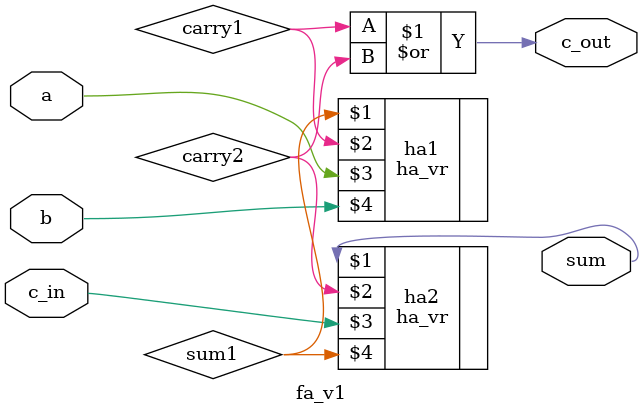
<source format=v>
module fa_v1(output wire sum, output wire c_out, input wire a, input wire b, input wire c_in);

//Declaraci�n de conexiones internas:
wire sum1;
wire carry1;
wire carry2;
//Estructura interna: Instancias de puertas y sus conexiones

ha_vr ha1(sum1, carry1, a, b);
ha_vr ha2(sum, carry2, c_in, sum1);
or or1(c_out, carry1, carry2);

endmodule

</source>
